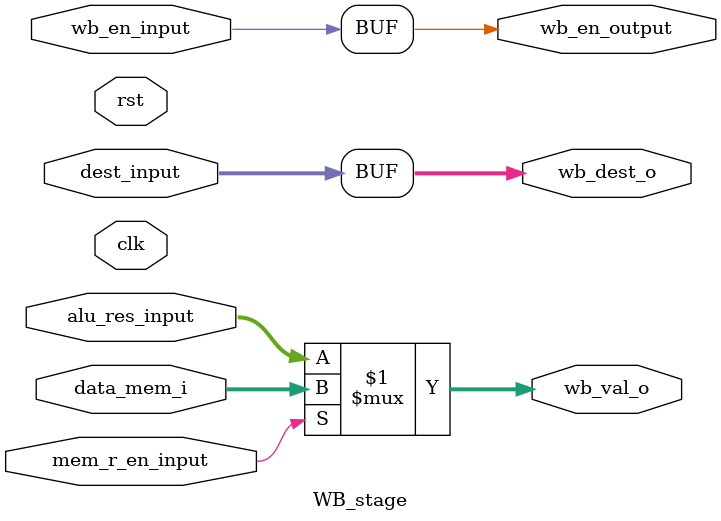
<source format=v>
module WB_stage (
	input clk,
	input rst,

	input wb_en_input,
	input mem_r_en_input,
	input [3:0] dest_input,
	input [31:0] alu_res_input,
	input [31:0] data_mem_i,

	output wb_en_output,
	output [3:0] wb_dest_o,
	output [31:0] wb_val_o
);
  // mux
  assign wb_val_o = mem_r_en_input ? data_mem_i : alu_res_input;

	assign wb_dest_o = dest_input;
	assign wb_en_output = wb_en_input;

endmodule
</source>
